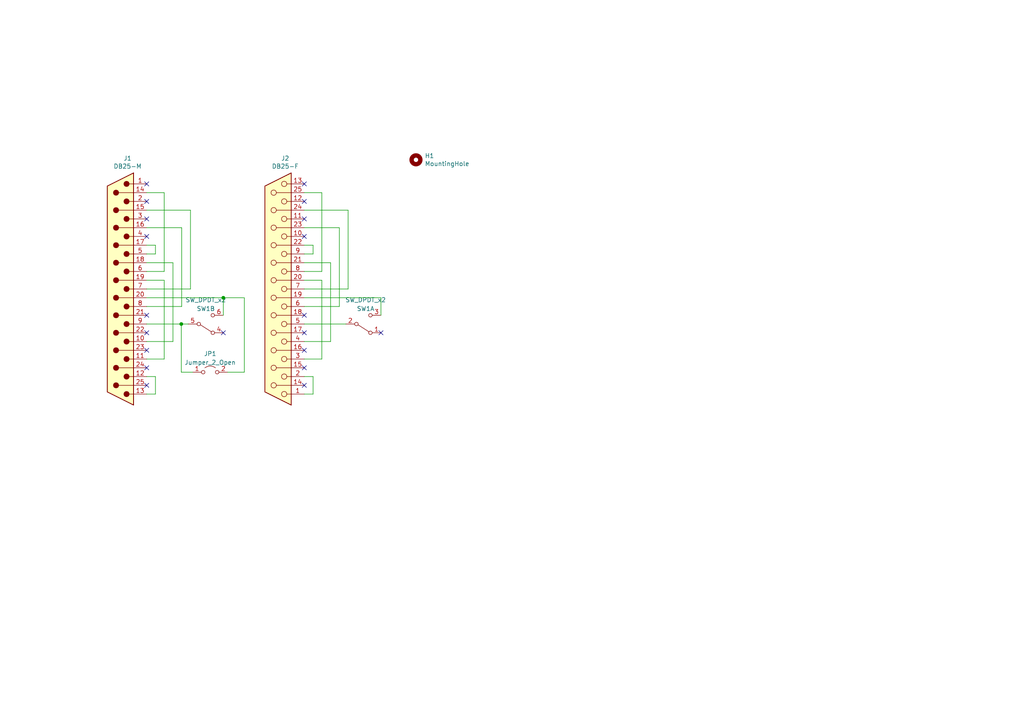
<source format=kicad_sch>
(kicad_sch (version 20230121) (generator eeschema)
  (paper "A4")
  (lib_symbols
    (symbol "Connector:DB25_Female" (pin_names (offset 1.016) hide)
      (property "Reference" "J" (at 0 34.29 0))
      (property "Value" "DB25_Female" (at 0 -34.925 0))
      (symbol "DB25_Female_0_1"
        (circle (center -1.778 -30.48) (radius 0.762))
        (circle (center -1.778 -25.4) (radius 0.762))
        (circle (center -1.778 -20.32) (radius 0.762))
        (circle (center -1.778 -15.24) (radius 0.762))
        (circle (center -1.778 -10.16) (radius 0.762))
        (circle (center -1.778 -5.08) (radius 0.762))
        (circle (center -1.778 0) (radius 0.762))
        (circle (center -1.778 5.08) (radius 0.762))
        (circle (center -1.778 10.16) (radius 0.762))
        (circle (center -1.778 15.24) (radius 0.762))
        (circle (center -1.778 20.32) (radius 0.762))
        (circle (center -1.778 25.4) (radius 0.762))
        (circle (center -1.778 30.48) (radius 0.762))
        (polyline (pts (xy -3.81 -30.48) (xy -2.54 -30.48)))
        (polyline (pts (xy -3.81 -27.94) (xy 0.508 -27.94)))
        (polyline (pts (xy -3.81 -25.4) (xy -2.54 -25.4)))
        (polyline (pts (xy -3.81 -22.86) (xy 0.508 -22.86)))
        (polyline (pts (xy -3.81 -20.32) (xy -2.54 -20.32)))
        (polyline (pts (xy -3.81 -17.78) (xy 0.508 -17.78)))
        (polyline (pts (xy -3.81 -15.24) (xy -2.54 -15.24)))
        (polyline (pts (xy -3.81 -12.7) (xy 0.508 -12.7)))
        (polyline (pts (xy -3.81 -10.16) (xy -2.54 -10.16)))
        (polyline (pts (xy -3.81 -7.62) (xy 0.508 -7.62)))
        (polyline (pts (xy -3.81 -5.08) (xy -2.54 -5.08)))
        (polyline (pts (xy -3.81 -2.54) (xy 0.508 -2.54)))
        (polyline (pts (xy -3.81 0) (xy -2.54 0)))
        (polyline (pts (xy -3.81 2.54) (xy 0.508 2.54)))
        (polyline (pts (xy -3.81 5.08) (xy -2.54 5.08)))
        (polyline (pts (xy -3.81 7.62) (xy 0.508 7.62)))
        (polyline (pts (xy -3.81 10.16) (xy -2.54 10.16)))
        (polyline (pts (xy -3.81 12.7) (xy 0.508 12.7)))
        (polyline (pts (xy -3.81 15.24) (xy -2.54 15.24)))
        (polyline (pts (xy -3.81 17.78) (xy 0.508 17.78)))
        (polyline (pts (xy -3.81 20.32) (xy -2.54 20.32)))
        (polyline (pts (xy -3.81 22.86) (xy 0.508 22.86)))
        (polyline (pts (xy -3.81 25.4) (xy -2.54 25.4)))
        (polyline (pts (xy -3.81 27.94) (xy 0.508 27.94)))
        (polyline (pts (xy -3.81 30.48) (xy -2.54 30.48)))
        (polyline (pts (xy -3.81 33.655) (xy 3.81 29.845) (xy 3.81 -29.845) (xy -3.81 -33.655) (xy -3.81 33.655)) (stroke (width 0.254)) (fill (type background)))
        (circle (center 1.27 -27.94) (radius 0.762))
        (circle (center 1.27 -22.86) (radius 0.762))
        (circle (center 1.27 -17.78) (radius 0.762))
        (circle (center 1.27 -12.7) (radius 0.762))
        (circle (center 1.27 -7.62) (radius 0.762))
        (circle (center 1.27 -2.54) (radius 0.762))
        (circle (center 1.27 2.54) (radius 0.762))
        (circle (center 1.27 7.62) (radius 0.762))
        (circle (center 1.27 12.7) (radius 0.762))
        (circle (center 1.27 17.78) (radius 0.762))
        (circle (center 1.27 22.86) (radius 0.762))
        (circle (center 1.27 27.94) (radius 0.762))
      )
      (symbol "DB25_Female_1_1"
        (pin passive line (at -7.62 30.48 0) (length 3.81) (name "1") (number "1"))
        (pin passive line (at -7.62 -15.24 0) (length 3.81) (name "10") (number "10"))
        (pin passive line (at -7.62 -20.32 0) (length 3.81) (name "11") (number "11"))
        (pin passive line (at -7.62 -25.4 0) (length 3.81) (name "12") (number "12"))
        (pin passive line (at -7.62 -30.48 0) (length 3.81) (name "13") (number "13"))
        (pin passive line (at -7.62 27.94 0) (length 3.81) (name "P14") (number "14"))
        (pin passive line (at -7.62 22.86 0) (length 3.81) (name "P15") (number "15"))
        (pin passive line (at -7.62 17.78 0) (length 3.81) (name "P16") (number "16"))
        (pin passive line (at -7.62 12.7 0) (length 3.81) (name "P17") (number "17"))
        (pin passive line (at -7.62 7.62 0) (length 3.81) (name "P18") (number "18"))
        (pin passive line (at -7.62 2.54 0) (length 3.81) (name "P19") (number "19"))
        (pin passive line (at -7.62 25.4 0) (length 3.81) (name "2") (number "2"))
        (pin passive line (at -7.62 -2.54 0) (length 3.81) (name "P20") (number "20"))
        (pin passive line (at -7.62 -7.62 0) (length 3.81) (name "P21") (number "21"))
        (pin passive line (at -7.62 -12.7 0) (length 3.81) (name "P22") (number "22"))
        (pin passive line (at -7.62 -17.78 0) (length 3.81) (name "P23") (number "23"))
        (pin passive line (at -7.62 -22.86 0) (length 3.81) (name "P24") (number "24"))
        (pin passive line (at -7.62 -27.94 0) (length 3.81) (name "P25") (number "25"))
        (pin passive line (at -7.62 20.32 0) (length 3.81) (name "3") (number "3"))
        (pin passive line (at -7.62 15.24 0) (length 3.81) (name "4") (number "4"))
        (pin passive line (at -7.62 10.16 0) (length 3.81) (name "5") (number "5"))
        (pin passive line (at -7.62 5.08 0) (length 3.81) (name "6") (number "6"))
        (pin passive line (at -7.62 0 0) (length 3.81) (name "7") (number "7"))
        (pin passive line (at -7.62 -5.08 0) (length 3.81) (name "8") (number "8"))
        (pin passive line (at -7.62 -10.16 0) (length 3.81) (name "9") (number "9"))
      )
    )
    (symbol "Connector:DB25_Male" (pin_names (offset 1.016) hide)
      (property "Reference" "J" (at 0 34.29 0))
      (property "Value" "DB25_Male" (at 0 -34.925 0))
      (symbol "DB25_Male_0_1"
        (circle (center -1.778 -30.48) (radius 0.762) (fill (type outline)))
        (circle (center -1.778 -25.4) (radius 0.762) (fill (type outline)))
        (circle (center -1.778 -20.32) (radius 0.762) (fill (type outline)))
        (circle (center -1.778 -15.24) (radius 0.762) (fill (type outline)))
        (circle (center -1.778 -10.16) (radius 0.762) (fill (type outline)))
        (circle (center -1.778 -5.08) (radius 0.762) (fill (type outline)))
        (circle (center -1.778 0) (radius 0.762) (fill (type outline)))
        (circle (center -1.778 5.08) (radius 0.762) (fill (type outline)))
        (circle (center -1.778 10.16) (radius 0.762) (fill (type outline)))
        (circle (center -1.778 15.24) (radius 0.762) (fill (type outline)))
        (circle (center -1.778 20.32) (radius 0.762) (fill (type outline)))
        (circle (center -1.778 25.4) (radius 0.762) (fill (type outline)))
        (circle (center -1.778 30.48) (radius 0.762) (fill (type outline)))
        (polyline (pts (xy -3.81 -30.48) (xy -2.54 -30.48)))
        (polyline (pts (xy -3.81 -27.94) (xy 0.508 -27.94)))
        (polyline (pts (xy -3.81 -25.4) (xy -2.54 -25.4)))
        (polyline (pts (xy -3.81 -22.86) (xy 0.508 -22.86)))
        (polyline (pts (xy -3.81 -20.32) (xy -2.54 -20.32)))
        (polyline (pts (xy -3.81 -17.78) (xy 0.508 -17.78)))
        (polyline (pts (xy -3.81 -15.24) (xy -2.54 -15.24)))
        (polyline (pts (xy -3.81 -12.7) (xy 0.508 -12.7)))
        (polyline (pts (xy -3.81 -10.16) (xy -2.54 -10.16)))
        (polyline (pts (xy -3.81 -7.62) (xy 0.508 -7.62)))
        (polyline (pts (xy -3.81 -5.08) (xy -2.54 -5.08)))
        (polyline (pts (xy -3.81 -2.54) (xy 0.508 -2.54)))
        (polyline (pts (xy -3.81 0) (xy -2.54 0)))
        (polyline (pts (xy -3.81 2.54) (xy 0.508 2.54)))
        (polyline (pts (xy -3.81 5.08) (xy -2.54 5.08)))
        (polyline (pts (xy -3.81 7.62) (xy 0.508 7.62)))
        (polyline (pts (xy -3.81 10.16) (xy -2.54 10.16)))
        (polyline (pts (xy -3.81 12.7) (xy 0.508 12.7)))
        (polyline (pts (xy -3.81 15.24) (xy -2.54 15.24)))
        (polyline (pts (xy -3.81 17.78) (xy 0.508 17.78)))
        (polyline (pts (xy -3.81 20.32) (xy -2.54 20.32)))
        (polyline (pts (xy -3.81 22.86) (xy 0.508 22.86)))
        (polyline (pts (xy -3.81 25.4) (xy -2.54 25.4)))
        (polyline (pts (xy -3.81 27.94) (xy 0.508 27.94)))
        (polyline (pts (xy -3.81 30.48) (xy -2.54 30.48)))
        (polyline (pts (xy -3.81 -33.655) (xy 3.81 -29.845) (xy 3.81 29.845) (xy -3.81 33.655) (xy -3.81 -33.655)) (stroke (width 0.254)) (fill (type background)))
        (circle (center 1.27 -27.94) (radius 0.762) (fill (type outline)))
        (circle (center 1.27 -22.86) (radius 0.762) (fill (type outline)))
        (circle (center 1.27 -17.78) (radius 0.762) (fill (type outline)))
        (circle (center 1.27 -12.7) (radius 0.762) (fill (type outline)))
        (circle (center 1.27 -7.62) (radius 0.762) (fill (type outline)))
        (circle (center 1.27 -2.54) (radius 0.762) (fill (type outline)))
        (circle (center 1.27 2.54) (radius 0.762) (fill (type outline)))
        (circle (center 1.27 7.62) (radius 0.762) (fill (type outline)))
        (circle (center 1.27 12.7) (radius 0.762) (fill (type outline)))
        (circle (center 1.27 17.78) (radius 0.762) (fill (type outline)))
        (circle (center 1.27 22.86) (radius 0.762) (fill (type outline)))
        (circle (center 1.27 27.94) (radius 0.762) (fill (type outline)))
      )
      (symbol "DB25_Male_1_1"
        (pin passive line (at -7.62 -30.48 0) (length 3.81) (name "1") (number "1"))
        (pin passive line (at -7.62 15.24 0) (length 3.81) (name "10") (number "10"))
        (pin passive line (at -7.62 20.32 0) (length 3.81) (name "11") (number "11"))
        (pin passive line (at -7.62 25.4 0) (length 3.81) (name "12") (number "12"))
        (pin passive line (at -7.62 30.48 0) (length 3.81) (name "13") (number "13"))
        (pin passive line (at -7.62 -27.94 0) (length 3.81) (name "P14") (number "14"))
        (pin passive line (at -7.62 -22.86 0) (length 3.81) (name "P15") (number "15"))
        (pin passive line (at -7.62 -17.78 0) (length 3.81) (name "P16") (number "16"))
        (pin passive line (at -7.62 -12.7 0) (length 3.81) (name "P17") (number "17"))
        (pin passive line (at -7.62 -7.62 0) (length 3.81) (name "P18") (number "18"))
        (pin passive line (at -7.62 -2.54 0) (length 3.81) (name "P19") (number "19"))
        (pin passive line (at -7.62 -25.4 0) (length 3.81) (name "2") (number "2"))
        (pin passive line (at -7.62 2.54 0) (length 3.81) (name "P20") (number "20"))
        (pin passive line (at -7.62 7.62 0) (length 3.81) (name "P21") (number "21"))
        (pin passive line (at -7.62 12.7 0) (length 3.81) (name "P22") (number "22"))
        (pin passive line (at -7.62 17.78 0) (length 3.81) (name "P23") (number "23"))
        (pin passive line (at -7.62 22.86 0) (length 3.81) (name "P24") (number "24"))
        (pin passive line (at -7.62 27.94 0) (length 3.81) (name "P25") (number "25"))
        (pin passive line (at -7.62 -20.32 0) (length 3.81) (name "3") (number "3"))
        (pin passive line (at -7.62 -15.24 0) (length 3.81) (name "4") (number "4"))
        (pin passive line (at -7.62 -10.16 0) (length 3.81) (name "5") (number "5"))
        (pin passive line (at -7.62 -5.08 0) (length 3.81) (name "6") (number "6"))
        (pin passive line (at -7.62 0 0) (length 3.81) (name "7") (number "7"))
        (pin passive line (at -7.62 5.08 0) (length 3.81) (name "8") (number "8"))
        (pin passive line (at -7.62 10.16 0) (length 3.81) (name "9") (number "9"))
      )
    )
    (symbol "Jumper:Jumper_2_Open" (pin_names (offset 0) hide)
      (property "Reference" "JP" (at 0 2.794 0))
      (property "Value" "Jumper_2_Open" (at 0 -2.286 0))
      (symbol "Jumper_2_Open_0_0"
        (circle (center -2.032 0) (radius 0.508))
        (circle (center 2.032 0) (radius 0.508))
      )
      (symbol "Jumper_2_Open_0_1"
        (arc (start 1.524 1.27) (mid 0 1.778) (end -1.524 1.27))
      )
      (symbol "Jumper_2_Open_1_1"
        (pin passive line (at -5.08 0 0) (length 2.54) (name "A") (number "1"))
        (pin passive line (at 5.08 0 180) (length 2.54) (name "B") (number "2"))
      )
    )
    (symbol "Mechanical:MountingHole" (pin_names (offset 1.016))
      (property "Reference" "H" (at 0 5.08 0))
      (property "Value" "MountingHole" (at 0 3.175 0))
      (symbol "MountingHole_0_1"
        (circle (center 0 0) (radius 1.27) (stroke (width 1.27)))
      )
    )
    (symbol "Switch:SW_DPDT_x2" (pin_names (offset 0) hide)
      (property "Reference" "SW" (at 0 4.318 0))
      (property "Value" "SW_DPDT_x2" (at 0 -5.08 0))
      (symbol "SW_DPDT_x2_0_0"
        (circle (center -2.032 0) (radius 0.508))
        (circle (center 2.032 -2.54) (radius 0.508))
      )
      (symbol "SW_DPDT_x2_0_1"
        (polyline (pts (xy -1.524 0.254) (xy 1.651 2.286)))
        (circle (center 2.032 2.54) (radius 0.508))
      )
      (symbol "SW_DPDT_x2_1_1"
        (pin passive line (at 5.08 2.54 180) (length 2.54) (name "A") (number "1"))
        (pin passive line (at -5.08 0 0) (length 2.54) (name "B") (number "2"))
        (pin passive line (at 5.08 -2.54 180) (length 2.54) (name "C") (number "3"))
      )
      (symbol "SW_DPDT_x2_2_1"
        (pin passive line (at 5.08 2.54 180) (length 2.54) (name "A") (number "4"))
        (pin passive line (at -5.08 0 0) (length 2.54) (name "B") (number "5"))
        (pin passive line (at 5.08 -2.54 180) (length 2.54) (name "C") (number "6"))
      )
    )
  )
  (junction (at 64.77 86.36))
  (junction (at 52.578 93.98))
  (no_connect (at 42.545 111.76))
  (no_connect (at 42.545 53.34))
  (no_connect (at 42.545 58.42))
  (no_connect (at 88.265 91.44))
  (no_connect (at 88.265 63.5))
  (no_connect (at 42.545 91.44))
  (no_connect (at 88.265 68.58))
  (no_connect (at 88.265 53.34))
  (no_connect (at 42.545 101.6))
  (no_connect (at 88.265 96.52))
  (no_connect (at 110.49 96.52))
  (no_connect (at 42.545 63.5))
  (no_connect (at 88.265 111.76))
  (no_connect (at 42.545 96.52))
  (no_connect (at 88.265 106.68))
  (no_connect (at 42.545 68.58))
  (no_connect (at 88.265 101.6))
  (no_connect (at 88.265 58.42))
  (no_connect (at 42.545 106.68))
  (no_connect (at 64.77 96.52))
  (wire (pts (xy 88.265 86.36) (xy 110.49 86.36)))
  (wire (pts (xy 52.578 93.98) (xy 52.578 107.95)))
  (wire (pts (xy 42.545 78.74) (xy 47.625 78.74)))
  (wire (pts (xy 93.345 78.74) (xy 93.345 55.88)))
  (wire (pts (xy 88.265 60.96) (xy 100.965 60.96)))
  (wire (pts (xy 88.265 88.9) (xy 98.425 88.9)))
  (wire (pts (xy 100.965 83.82) (xy 88.265 83.82)))
  (wire (pts (xy 45.085 109.22) (xy 45.085 114.3)))
  (wire (pts (xy 110.49 86.36) (xy 110.49 91.44)))
  (wire (pts (xy 66.04 107.95) (xy 70.866 107.95)))
  (wire (pts (xy 42.545 93.98) (xy 52.578 93.98)))
  (wire (pts (xy 98.425 66.04) (xy 88.265 66.04)))
  (wire (pts (xy 95.885 76.2) (xy 88.265 76.2)))
  (wire (pts (xy 64.77 86.36) (xy 64.77 91.44)))
  (wire (pts (xy 52.705 88.9) (xy 52.705 66.04)))
  (wire (pts (xy 45.085 71.12) (xy 45.085 73.66)))
  (wire (pts (xy 42.545 88.9) (xy 52.705 88.9)))
  (wire (pts (xy 88.265 78.74) (xy 93.345 78.74)))
  (wire (pts (xy 55.245 83.82) (xy 42.545 83.82)))
  (wire (pts (xy 100.965 60.96) (xy 100.965 83.82)))
  (wire (pts (xy 90.805 109.22) (xy 90.805 114.3)))
  (wire (pts (xy 88.265 99.06) (xy 95.885 99.06)))
  (wire (pts (xy 42.545 99.06) (xy 50.165 99.06)))
  (wire (pts (xy 95.885 99.06) (xy 95.885 76.2)))
  (wire (pts (xy 52.578 93.98) (xy 54.61 93.98)))
  (wire (pts (xy 45.085 114.3) (xy 42.545 114.3)))
  (wire (pts (xy 47.625 55.88) (xy 42.545 55.88)))
  (wire (pts (xy 52.705 66.04) (xy 42.545 66.04)))
  (wire (pts (xy 42.545 73.66) (xy 45.085 73.66)))
  (wire (pts (xy 42.545 81.28) (xy 47.625 81.28)))
  (wire (pts (xy 47.625 104.14) (xy 42.545 104.14)))
  (wire (pts (xy 42.545 109.22) (xy 45.085 109.22)))
  (wire (pts (xy 50.165 99.06) (xy 50.165 76.2)))
  (wire (pts (xy 90.805 71.12) (xy 90.805 73.66)))
  (wire (pts (xy 50.165 76.2) (xy 42.545 76.2)))
  (wire (pts (xy 47.625 78.74) (xy 47.625 55.88)))
  (wire (pts (xy 88.265 71.12) (xy 90.805 71.12)))
  (wire (pts (xy 55.245 60.96) (xy 55.245 83.82)))
  (wire (pts (xy 93.345 55.88) (xy 88.265 55.88)))
  (wire (pts (xy 98.425 88.9) (xy 98.425 66.04)))
  (wire (pts (xy 42.545 60.96) (xy 55.245 60.96)))
  (wire (pts (xy 93.345 104.14) (xy 88.265 104.14)))
  (wire (pts (xy 88.265 81.28) (xy 93.345 81.28)))
  (wire (pts (xy 47.625 81.28) (xy 47.625 104.14)))
  (wire (pts (xy 42.545 86.36) (xy 64.77 86.36)))
  (wire (pts (xy 90.805 114.3) (xy 88.265 114.3)))
  (wire (pts (xy 42.545 71.12) (xy 45.085 71.12)))
  (wire (pts (xy 52.578 107.95) (xy 55.88 107.95)))
  (wire (pts (xy 70.866 86.36) (xy 64.77 86.36)))
  (wire (pts (xy 88.265 93.98) (xy 100.33 93.98)))
  (wire (pts (xy 70.866 86.36) (xy 70.866 107.95)))
  (wire (pts (xy 88.265 73.66) (xy 90.805 73.66)))
  (wire (pts (xy 88.265 109.22) (xy 90.805 109.22)))
  (wire (pts (xy 93.345 81.28) (xy 93.345 104.14)))
  (symbol (lib_id "Connector:DB25_Male") (at 34.925 83.82 180) (unit 1)
    (property "Reference" "J1" (at 37.0078 45.9232 0))
    (property "Value" "DB25-M" (at 37.0078 48.2346 0))
    (property "Datasheet" " ~" (effects hide))
  )
  (symbol (lib_id "Connector:DB25_Female") (at 80.645 83.82 180) (unit 1)
    (property "Reference" "J2" (at 82.7278 45.9232 0))
    (property "Value" "DB25-F" (at 82.7278 48.2346 0))
    (property "Datasheet" " ~" (effects hide))
  )
  (symbol (lib_id "Switch:SW_DPDT_x2") (at 105.41 93.98 0) (mirror x) (unit 1)
    (property "Reference" "SW1" (at 106.045 89.535 0))
    (property "Value" "SW_DPDT_x2" (at 106.045 86.995 0))
  )
  (symbol (lib_id "Switch:SW_DPDT_x2") (at 59.69 93.98 0) (mirror x) (unit 2)
    (property "Reference" "SW1" (at 59.69 89.535 0))
    (property "Value" "SW_DPDT_x2" (at 59.69 86.995 0))
  )
  (symbol (lib_id "Mechanical:MountingHole") (at 120.65 46.355 0) (unit 1)
    (property "Reference" "H1" (at 123.19 45.1866 0) (effects (justify left)))
    (property "Value" "MountingHole" (at 123.19 47.498 0) (effects (justify left)))
  )
  (symbol (lib_id "Jumper:Jumper_2_Open") (at 60.96 107.95 0) (unit 1)
    (property "Reference" "JP1" (at 60.96 102.5992 0))
    (property "Value" "Jumper_2_Open" (at 60.96 105.1361 0))
    (property "Footprint" "Jumper:SolderJumper-2_P1.3mm_Open_RoundedPad1.0x1.5mm" (effects hide))
  )
)
</source>
